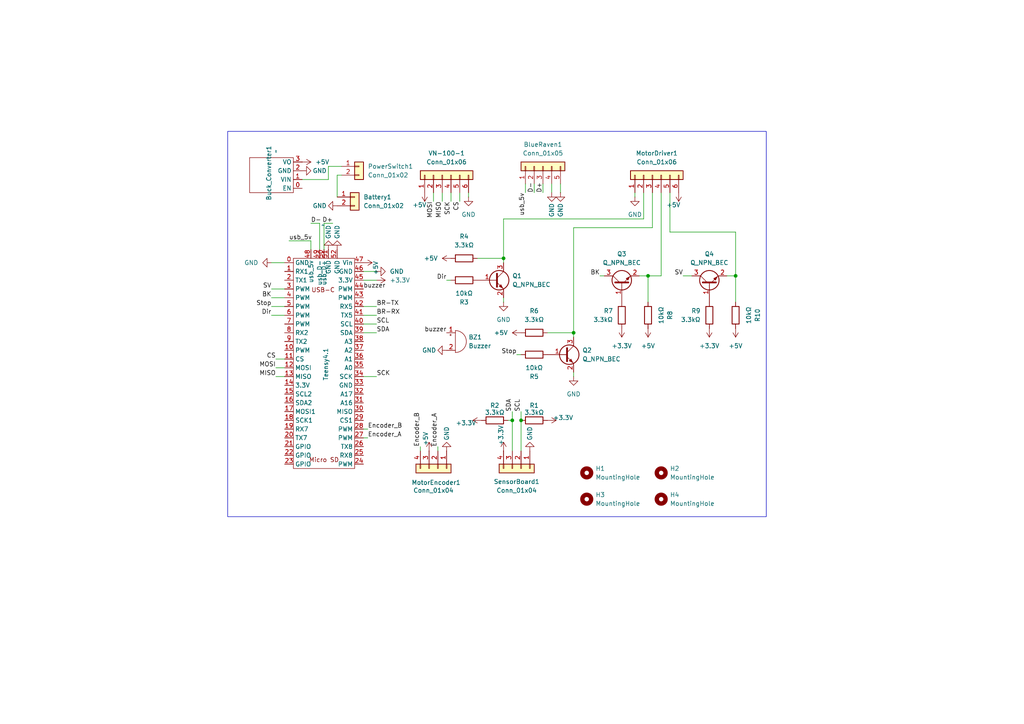
<source format=kicad_sch>
(kicad_sch (version 20231120) (generator "eeschema") (generator_version "8.0")
  (paper "A4")
  (lib_symbols
    (symbol "Breakout Boards:Buck_Converter"
      (property "Reference" "U" (at 0 0 0))
      (symbol "Buck_Converter_0_1"
        (rectangle (start -5.08 6.35) (end 5.08 -6.35))
      )
      (symbol "Buck_Converter_1_1"
        (pin input line (at -3.81 -8.89 90) (length 2.54) (name "EN") (number "0"))
        (pin input line (at -1.27 -8.89 90) (length 2.54) (name "VIN") (number "1"))
        (pin input line (at 1.27 -8.89 90) (length 2.54) (name "GND") (number "2"))
        (pin input line (at 3.81 -8.89 90) (length 2.54) (name "VO") (number "3"))
      )
    )
    (symbol "Breakout Boards:Teensy_4.1"
      (property "Reference" "Teensy4.1" (at 0 0 90))
      (property "Footprint" "Breakout Boards:Teensy_4.1" (at -0.254 36.322 0))
      (symbol "Teensy_4.1_0_1"
        (rectangle (start -8.89 30.48) (end 8.89 -30.48))
      )
      (symbol "Teensy_4.1_1_1"
        (text "Micro SD" (at 0 -27.94 0) (effects (font (size 1.27 1.27))))
        (text "USB-C" (at -0.254 21.336 0) (effects (font (size 1.27 1.27))))
        (pin input line (at -11.43 29.21 0) (length 2.54) (name "GND") (number "0"))
        (pin input line (at -11.43 26.67 0) (length 2.54) (name "RX1") (number "1"))
        (pin input line (at -11.43 3.81 0) (length 2.54) (name "PWM") (number "10"))
        (pin input line (at -11.43 1.27 0) (length 2.54) (name "CS") (number "11"))
        (pin input line (at -11.43 -1.27 0) (length 2.54) (name "MOSI") (number "12"))
        (pin input line (at -11.43 -3.81 0) (length 2.54) (name "MISO") (number "13"))
        (pin input line (at -11.43 -6.35 0) (length 2.54) (name "3.3V") (number "14"))
        (pin input line (at -11.43 -8.89 0) (length 2.54) (name "SCL2") (number "15"))
        (pin input line (at -11.43 -11.43 0) (length 2.54) (name "SDA2") (number "16"))
        (pin input line (at -11.43 -13.97 0) (length 2.54) (name "MOSI1") (number "17"))
        (pin input line (at -11.43 -16.51 0) (length 2.54) (name "SCK1") (number "18"))
        (pin input line (at -11.43 -19.05 0) (length 2.54) (name "RX7") (number "19"))
        (pin input line (at -11.43 24.13 0) (length 2.54) (name "TX1") (number "2"))
        (pin input line (at -11.43 -21.59 0) (length 2.54) (name "TX7") (number "20"))
        (pin input line (at -11.43 -24.13 0) (length 2.54) (name "GPIO") (number "21"))
        (pin input line (at -11.43 -26.67 0) (length 2.54) (name "GPIO") (number "22"))
        (pin input line (at -11.43 -29.21 0) (length 2.54) (name "GPIO") (number "23"))
        (pin input line (at 11.43 -29.21 180) (length 2.54) (name "PWM") (number "24"))
        (pin input line (at 11.43 -26.67 180) (length 2.54) (name "RX8") (number "25"))
        (pin input line (at 11.43 -24.13 180) (length 2.54) (name "TX8") (number "26"))
        (pin input line (at 11.43 -21.59 180) (length 2.54) (name "PWM") (number "27"))
        (pin input line (at 11.43 -19.05 180) (length 2.54) (name "PWM") (number "28"))
        (pin input line (at 11.43 -16.51 180) (length 2.54) (name "CS1") (number "29"))
        (pin input line (at -11.43 21.59 0) (length 2.54) (name "PWM") (number "3"))
        (pin input line (at 11.43 -13.97 180) (length 2.54) (name "MISO") (number "30"))
        (pin input line (at 11.43 -11.43 180) (length 2.54) (name "A16") (number "31"))
        (pin input line (at 11.43 -8.89 180) (length 2.54) (name "A17") (number "32"))
        (pin input line (at 11.43 -6.35 180) (length 2.54) (name "GND") (number "33"))
        (pin input line (at 11.43 -3.81 180) (length 2.54) (name "SCK") (number "34"))
        (pin input line (at 11.43 -1.27 180) (length 2.54) (name "A0") (number "35"))
        (pin input line (at 11.43 1.27 180) (length 2.54) (name "A1") (number "36"))
        (pin input line (at 11.43 3.81 180) (length 2.54) (name "A2") (number "37"))
        (pin input line (at 11.43 6.35 180) (length 2.54) (name "A3") (number "38"))
        (pin input line (at 11.43 8.89 180) (length 2.54) (name "SDA") (number "39"))
        (pin input line (at -11.43 19.05 0) (length 2.54) (name "PWM") (number "4"))
        (pin input line (at 11.43 11.43 180) (length 2.54) (name "SCL") (number "40"))
        (pin input line (at 11.43 13.97 180) (length 2.54) (name "TX5") (number "41"))
        (pin input line (at 11.43 16.51 180) (length 2.54) (name "RX5") (number "42"))
        (pin input line (at 11.43 19.05 180) (length 2.54) (name "PWM") (number "43"))
        (pin input line (at 11.43 21.59 180) (length 2.54) (name "PWM") (number "44"))
        (pin input line (at 11.43 24.13 180) (length 2.54) (name "3.3V") (number "45"))
        (pin input line (at 11.43 26.67 180) (length 2.54) (name "GND") (number "46"))
        (pin input line (at 11.43 29.21 180) (length 2.54) (name "Vin") (number "47"))
        (pin input line (at -3.81 33.02 270) (length 2.54) (name "usb_5v") (number "48"))
        (pin input line (at -1.27 33.02 270) (length 2.54) (name "usb_D-") (number "49"))
        (pin input line (at -11.43 16.51 0) (length 2.54) (name "PWM") (number "5"))
        (pin input line (at 0 33.02 270) (length 2.54) (name "usb_D+") (number "50"))
        (pin input line (at 1.27 33.02 270) (length 2.54) (name "GND") (number "51"))
        (pin input line (at 3.81 33.02 270) (length 2.54) (name "GND") (number "52"))
        (pin input line (at -11.43 13.97 0) (length 2.54) (name "PWM") (number "6"))
        (pin input line (at -11.43 11.43 0) (length 2.54) (name "PWM") (number "7"))
        (pin input line (at -11.43 8.89 0) (length 2.54) (name "RX2") (number "8"))
        (pin input line (at -11.43 6.35 0) (length 2.54) (name "TX2") (number "9"))
      )
    )
    (symbol "Connector_Generic:Conn_01x02" (pin_names (offset 1.016) hide)
      (property "Reference" "J" (at 0 2.54 0))
      (property "Value" "Conn_01x02" (at 0 -5.08 0))
      (symbol "Conn_01x02_1_1"
        (rectangle (start -1.27 -2.413) (end 0 -2.667) (stroke (width 0.1524)))
        (rectangle (start -1.27 0.127) (end 0 -0.127) (stroke (width 0.1524)))
        (rectangle (start -1.27 1.27) (end 1.27 -3.81) (stroke (width 0.254)) (fill (type background)))
        (pin passive line (at -5.08 0 0) (length 3.81) (name "Pin_1") (number "1"))
        (pin passive line (at -5.08 -2.54 0) (length 3.81) (name "Pin_2") (number "2"))
      )
    )
    (symbol "Connector_Generic:Conn_01x04" (pin_names (offset 1.016) hide)
      (property "Reference" "J" (at 0 5.08 0))
      (property "Value" "Conn_01x04" (at 0 -7.62 0))
      (symbol "Conn_01x04_1_1"
        (rectangle (start -1.27 -4.953) (end 0 -5.207) (stroke (width 0.1524)))
        (rectangle (start -1.27 -2.413) (end 0 -2.667) (stroke (width 0.1524)))
        (rectangle (start -1.27 0.127) (end 0 -0.127) (stroke (width 0.1524)))
        (rectangle (start -1.27 2.667) (end 0 2.413) (stroke (width 0.1524)))
        (rectangle (start -1.27 3.81) (end 1.27 -6.35) (stroke (width 0.254)) (fill (type background)))
        (pin passive line (at -5.08 2.54 0) (length 3.81) (name "Pin_1") (number "1"))
        (pin passive line (at -5.08 0 0) (length 3.81) (name "Pin_2") (number "2"))
        (pin passive line (at -5.08 -2.54 0) (length 3.81) (name "Pin_3") (number "3"))
        (pin passive line (at -5.08 -5.08 0) (length 3.81) (name "Pin_4") (number "4"))
      )
    )
    (symbol "Connector_Generic:Conn_01x05" (pin_names (offset 1.016) hide)
      (property "Reference" "J" (at 0 7.62 0))
      (property "Value" "Conn_01x05" (at 0 -7.62 0))
      (symbol "Conn_01x05_1_1"
        (rectangle (start -1.27 -4.953) (end 0 -5.207) (stroke (width 0.1524)))
        (rectangle (start -1.27 -2.413) (end 0 -2.667) (stroke (width 0.1524)))
        (rectangle (start -1.27 0.127) (end 0 -0.127) (stroke (width 0.1524)))
        (rectangle (start -1.27 2.667) (end 0 2.413) (stroke (width 0.1524)))
        (rectangle (start -1.27 5.207) (end 0 4.953) (stroke (width 0.1524)))
        (rectangle (start -1.27 6.35) (end 1.27 -6.35) (stroke (width 0.254)) (fill (type background)))
        (pin passive line (at -5.08 5.08 0) (length 3.81) (name "Pin_1") (number "1"))
        (pin passive line (at -5.08 2.54 0) (length 3.81) (name "Pin_2") (number "2"))
        (pin passive line (at -5.08 0 0) (length 3.81) (name "Pin_3") (number "3"))
        (pin passive line (at -5.08 -2.54 0) (length 3.81) (name "Pin_4") (number "4"))
        (pin passive line (at -5.08 -5.08 0) (length 3.81) (name "Pin_5") (number "5"))
      )
    )
    (symbol "Connector_Generic:Conn_01x06" (pin_names (offset 1.016) hide)
      (property "Reference" "J" (at 0 7.62 0))
      (property "Value" "Conn_01x06" (at 0 -10.16 0))
      (symbol "Conn_01x06_1_1"
        (rectangle (start -1.27 -7.493) (end 0 -7.747) (stroke (width 0.1524)))
        (rectangle (start -1.27 -4.953) (end 0 -5.207) (stroke (width 0.1524)))
        (rectangle (start -1.27 -2.413) (end 0 -2.667) (stroke (width 0.1524)))
        (rectangle (start -1.27 0.127) (end 0 -0.127) (stroke (width 0.1524)))
        (rectangle (start -1.27 2.667) (end 0 2.413) (stroke (width 0.1524)))
        (rectangle (start -1.27 5.207) (end 0 4.953) (stroke (width 0.1524)))
        (rectangle (start -1.27 6.35) (end 1.27 -8.89) (stroke (width 0.254)) (fill (type background)))
        (pin passive line (at -5.08 5.08 0) (length 3.81) (name "Pin_1") (number "1"))
        (pin passive line (at -5.08 2.54 0) (length 3.81) (name "Pin_2") (number "2"))
        (pin passive line (at -5.08 0 0) (length 3.81) (name "Pin_3") (number "3"))
        (pin passive line (at -5.08 -2.54 0) (length 3.81) (name "Pin_4") (number "4"))
        (pin passive line (at -5.08 -5.08 0) (length 3.81) (name "Pin_5") (number "5"))
        (pin passive line (at -5.08 -7.62 0) (length 3.81) (name "Pin_6") (number "6"))
      )
    )
    (symbol "Device:Buzzer" (pin_names (offset 0.0254) hide)
      (property "Reference" "BZ" (at 3.81 1.27 0))
      (property "Value" "Buzzer" (at 3.81 -1.27 0))
      (symbol "Buzzer_0_1"
        (arc (start 0 -3.175) (mid 3.1612 0) (end 0 3.175))
        (polyline (pts (xy -1.651 1.905) (xy -1.143 1.905)))
        (polyline (pts (xy -1.397 2.159) (xy -1.397 1.651)))
        (polyline (pts (xy 0 3.175) (xy 0 -3.175)))
      )
      (symbol "Buzzer_1_1"
        (pin passive line (at -2.54 2.54 0) (length 2.54) (name "+") (number "1"))
        (pin passive line (at -2.54 -2.54 0) (length 2.54) (name "-") (number "2"))
      )
    )
    (symbol "Device:Q_NPN_BEC" (pin_names (offset 0) hide)
      (property "Reference" "Q" (at 5.08 1.27 0))
      (property "Value" "Q_NPN_BEC" (at 5.08 -1.27 0))
      (symbol "Q_NPN_BEC_0_1"
        (polyline (pts (xy 0.635 0.635) (xy 2.54 2.54)))
        (polyline (pts (xy 0.635 -0.635) (xy 2.54 -2.54) (xy 2.54 -2.54)))
        (polyline (pts (xy 0.635 1.905) (xy 0.635 -1.905) (xy 0.635 -1.905)) (stroke (width 0.508)))
        (polyline (pts (xy 1.27 -1.778) (xy 1.778 -1.27) (xy 2.286 -2.286) (xy 1.27 -1.778) (xy 1.27 -1.778)) (fill (type outline)))
        (circle (center 1.27 0) (radius 2.8194) (stroke (width 0.254)))
      )
      (symbol "Q_NPN_BEC_1_1"
        (pin input line (at -5.08 0 0) (length 5.715) (name "B") (number "1"))
        (pin passive line (at 2.54 -5.08 90) (length 2.54) (name "E") (number "2"))
        (pin passive line (at 2.54 5.08 270) (length 2.54) (name "C") (number "3"))
      )
    )
    (symbol "Device:R" (pin_numbers hide) (pin_names (offset 0))
      (property "Reference" "R" (at 2.032 0 90))
      (property "Value" "R" (at 0 0 90))
      (symbol "R_0_1"
        (rectangle (start -1.016 -2.54) (end 1.016 2.54) (stroke (width 0.254)))
      )
      (symbol "R_1_1"
        (pin passive line (at 0 3.81 270) (length 1.27) (name "~") (number "1"))
        (pin passive line (at 0 -3.81 90) (length 1.27) (name "~") (number "2"))
      )
    )
    (symbol "Mechanical:MountingHole" (pin_names (offset 1.016)) (exclude_from_sim yes) (in_bom no)
      (property "Reference" "H" (at 0 5.08 0))
      (property "Value" "MountingHole" (at 0 3.175 0))
      (symbol "MountingHole_0_1"
        (circle (center 0 0) (radius 1.27) (stroke (width 1.27)))
      )
    )
    (symbol "power:+3.3V" (power) (pin_numbers hide) (pin_names (offset 0) hide)
      (property "Value" "+3.3V" (at 0 3.556 0))
      (symbol "+3.3V_0_1"
        (polyline (pts (xy -0.762 1.27) (xy 0 2.54)))
        (polyline (pts (xy 0 0) (xy 0 2.54)))
        (polyline (pts (xy 0 2.54) (xy 0.762 1.27)))
      )
      (symbol "+3.3V_1_1"
        (pin power_in line (at 0 0 90) (length 0) (name "~") (number "1"))
      )
    )
    (symbol "power:+5V" (power) (pin_numbers hide) (pin_names (offset 0) hide)
      (property "Value" "+5V" (at 0 3.556 0))
      (symbol "+5V_0_1"
        (polyline (pts (xy -0.762 1.27) (xy 0 2.54)))
        (polyline (pts (xy 0 0) (xy 0 2.54)))
        (polyline (pts (xy 0 2.54) (xy 0.762 1.27)))
      )
      (symbol "+5V_1_1"
        (pin power_in line (at 0 0 90) (length 0) (name "~") (number "1"))
      )
    )
    (symbol "power:GND" (power) (pin_numbers hide) (pin_names (offset 0) hide)
      (property "Value" "GND" (at 0 -3.81 0))
      (symbol "GND_0_1"
        (polyline (pts (xy 0 0) (xy 0 -1.27) (xy 1.27 -1.27) (xy 0 -2.54) (xy -1.27 -1.27) (xy 0 -1.27)))
      )
      (symbol "GND_1_1"
        (pin power_in line (at 0 0 270) (length 0) (name "~") (number "1"))
      )
    )
  )
  (junction (at 151.13 121.92))
  (junction (at 146.05 74.93))
  (junction (at 187.96 80.01))
  (junction (at 148.59 121.92))
  (junction (at 213.36 80.01))
  (junction (at 166.37 96.52))
  (wire (pts (xy 93.98 72.39) (xy 93.98 64.77)))
  (wire (pts (xy 186.69 63.5) (xy 146.05 63.5)))
  (wire (pts (xy 95.25 52.07) (xy 87.63 52.07)))
  (wire (pts (xy 78.74 76.2) (xy 82.55 76.2)))
  (wire (pts (xy 83.82 69.85) (xy 90.17 69.85)))
  (wire (pts (xy 146.05 63.5) (xy 146.05 74.93)))
  (wire (pts (xy 99.06 48.26) (xy 95.25 48.26)))
  (wire (pts (xy 151.13 121.92) (xy 151.13 130.81)))
  (wire (pts (xy 105.41 78.74) (xy 109.22 78.74)))
  (wire (pts (xy 130.81 55.88) (xy 130.81 58.42)))
  (wire (pts (xy 149.86 102.87) (xy 151.13 102.87)))
  (wire (pts (xy 210.82 80.01) (xy 213.36 80.01)))
  (wire (pts (xy 80.01 109.22) (xy 82.55 109.22)))
  (wire (pts (xy 213.36 80.01) (xy 213.36 87.63)))
  (wire (pts (xy 92.71 72.39) (xy 92.71 64.77)))
  (wire (pts (xy 95.25 48.26) (xy 95.25 52.07)))
  (wire (pts (xy 151.13 119.38) (xy 151.13 121.92)))
  (wire (pts (xy 166.37 97.79) (xy 166.37 96.52)))
  (wire (pts (xy 105.41 109.22) (xy 109.22 109.22)))
  (wire (pts (xy 146.05 87.63) (xy 146.05 86.36)))
  (wire (pts (xy 186.69 55.88) (xy 186.69 63.5)))
  (wire (pts (xy 105.41 127) (xy 106.68 127)))
  (wire (pts (xy 128.27 55.88) (xy 128.27 58.42)))
  (wire (pts (xy 105.41 91.44) (xy 109.22 91.44)))
  (wire (pts (xy 162.56 53.34) (xy 162.56 55.88)))
  (wire (pts (xy 121.92 129.54) (xy 121.92 130.81)))
  (wire (pts (xy 93.98 64.77) (xy 96.52 64.77)))
  (wire (pts (xy 160.02 53.34) (xy 160.02 55.88)))
  (wire (pts (xy 189.23 66.04) (xy 189.23 55.88)))
  (wire (pts (xy 80.01 106.68) (xy 82.55 106.68)))
  (wire (pts (xy 194.31 67.31) (xy 213.36 67.31)))
  (wire (pts (xy 105.41 124.46) (xy 106.68 124.46)))
  (wire (pts (xy 97.79 50.8) (xy 97.79 57.15)))
  (wire (pts (xy 148.59 121.92) (xy 148.59 130.81)))
  (wire (pts (xy 105.41 93.98) (xy 109.22 93.98)))
  (wire (pts (xy 187.96 80.01) (xy 191.77 80.01)))
  (wire (pts (xy 78.74 91.44) (xy 82.55 91.44)))
  (wire (pts (xy 129.54 81.28) (xy 130.81 81.28)))
  (wire (pts (xy 213.36 80.01) (xy 213.36 67.31)))
  (wire (pts (xy 198.12 80.01) (xy 200.66 80.01)))
  (wire (pts (xy 158.75 96.52) (xy 166.37 96.52)))
  (wire (pts (xy 80.01 104.14) (xy 82.55 104.14)))
  (wire (pts (xy 147.32 121.92) (xy 148.59 121.92)))
  (wire (pts (xy 78.74 83.82) (xy 82.55 83.82)))
  (wire (pts (xy 154.94 53.34) (xy 154.94 55.88)))
  (wire (pts (xy 166.37 66.04) (xy 166.37 96.52)))
  (wire (pts (xy 194.31 55.88) (xy 194.31 67.31)))
  (wire (pts (xy 105.41 88.9) (xy 109.22 88.9)))
  (wire (pts (xy 166.37 66.04) (xy 189.23 66.04)))
  (wire (pts (xy 152.4 53.34) (xy 152.4 55.88)))
  (wire (pts (xy 97.79 50.8) (xy 99.06 50.8)))
  (wire (pts (xy 78.74 88.9) (xy 82.55 88.9)))
  (wire (pts (xy 125.73 55.88) (xy 125.73 58.42)))
  (wire (pts (xy 78.74 86.36) (xy 82.55 86.36)))
  (wire (pts (xy 148.59 119.38) (xy 148.59 121.92)))
  (wire (pts (xy 105.41 81.28) (xy 109.22 81.28)))
  (wire (pts (xy 157.48 53.34) (xy 157.48 55.88)))
  (wire (pts (xy 184.15 57.15) (xy 184.15 55.88)))
  (wire (pts (xy 127 129.54) (xy 127 130.81)))
  (wire (pts (xy 146.05 74.93) (xy 146.05 76.2)))
  (wire (pts (xy 90.17 72.39) (xy 90.17 69.85)))
  (wire (pts (xy 187.96 80.01) (xy 187.96 87.63)))
  (wire (pts (xy 105.41 96.52) (xy 109.22 96.52)))
  (wire (pts (xy 185.42 80.01) (xy 187.96 80.01)))
  (wire (pts (xy 135.89 57.15) (xy 135.89 55.88)))
  (wire (pts (xy 90.17 64.77) (xy 92.71 64.77)))
  (wire (pts (xy 191.77 55.88) (xy 191.77 80.01)))
  (wire (pts (xy 173.99 80.01) (xy 175.26 80.01)))
  (wire (pts (xy 138.43 74.93) (xy 146.05 74.93)))
  (wire (pts (xy 133.35 55.88) (xy 133.35 58.42)))
  (wire (pts (xy 166.37 109.22) (xy 166.37 107.95)))
  (rectangle (start 66.04 38.1) (end 222.25 149.86))
  (label "MOSI" (at 80.01 106.68 180))
  (label "BR-TX" (at 109.22 88.9 0))
  (label "Encoder_B" (at 121.92 129.54 90))
  (label "SDA" (at 148.59 119.38 90))
  (label "BK" (at 173.99 80.01 180))
  (label "Encoder_A" (at 106.68 127 0))
  (label "SCK" (at 130.81 58.42 270))
  (label "SDA" (at 109.22 96.52 0))
  (label "D-" (at 154.94 55.88 90))
  (label "SV" (at 198.12 80.01 180))
  (label "usb_5v" (at 152.4 55.88 270))
  (label "MISO" (at 128.27 58.42 270))
  (label "SCL" (at 151.13 119.38 90))
  (label "Stop" (at 78.74 88.9 180))
  (label "D+" (at 96.52 64.77 180))
  (label "CS" (at 80.01 104.14 180))
  (label "usb_5v" (at 83.82 69.85 0))
  (label "Dir" (at 78.74 91.44 180))
  (label "buzzer" (at 129.54 96.52 180))
  (label "SCK" (at 109.22 109.22 0))
  (label "D+" (at 157.48 55.88 90))
  (label "Encoder_A" (at 127 129.54 90))
  (label "MISO" (at 80.01 109.22 180))
  (label "SCL" (at 109.22 93.98 0))
  (label "BR-RX" (at 109.22 91.44 0))
  (label "Dir" (at 129.54 81.28 180))
  (label "CS" (at 133.35 58.42 270))
  (label "BK" (at 78.74 86.36 180))
  (label "MOSI" (at 125.73 58.42 270))
  (label "SV" (at 78.74 83.82 180))
  (label "D-" (at 90.17 64.77 0))
  (label "buzzer" (at 105.41 83.82 0))
  (label "Stop" (at 149.86 102.87 180))
  (label "Encoder_B" (at 106.68 124.46 0))
  (symbol (lib_id "power:GND") (at 153.67 130.81 180) (unit 1)
    (property "Reference" "#PWR07" (effects (hide yes)))
    (property "Value" "GND" (at 153.67 125.73 90))
    (property "Description" "Power symbol creates a global label with name \"GND\" , ground" (effects (hide yes)))
  )
  (symbol (lib_id "Device:Q_NPN_BEC") (at 180.34 82.55 90) (unit 1)
    (property "Reference" "Q3" (at 180.34 73.66 90))
    (property "Value" "Q_NPN_BEC" (at 180.34 76.2 90))
    (property "Footprint" "Package_TO_SOT_SMD:SOT-23" (effects (hide yes)))
    (property "Description" "NPN transistor, base/emitter/collector" (effects (hide yes)))
  )
  (symbol (lib_id "power:+5V") (at 196.85 55.88 180) (unit 1)
    (property "Reference" "#PWR025" (effects (hide yes)))
    (property "Value" "+5V" (at 195.326 59.436 0))
    (property "Description" "Power symbol creates a global label with name \"+5V\"" (effects (hide yes)))
  )
  (symbol (lib_id "power:+3.3V") (at 146.05 130.81 0) (unit 1)
    (property "Reference" "#PWR06" (effects (hide yes)))
    (property "Value" "+3.3V" (at 145.288 126.238 90))
    (property "Description" "Power symbol creates a global label with name \"+3.3V\"" (effects (hide yes)))
  )
  (symbol (lib_id "power:+3.3V") (at 180.34 95.25 180) (unit 1)
    (property "Reference" "#PWR01" (effects (hide yes)))
    (property "Value" "+3.3V" (at 180.34 100.33 0))
    (property "Description" "Power symbol creates a global label with name \"+3.3V\"" (effects (hide yes)))
  )
  (symbol (lib_id "power:GND") (at 109.22 78.74 90) (unit 1)
    (property "Reference" "#PWR04" (effects (hide yes)))
    (property "Value" "GND" (at 113.03 78.7399 90) (effects (justify right)))
    (property "Description" "Power symbol creates a global label with name \"GND\" , ground" (effects (hide yes)))
  )
  (symbol (lib_id "Breakout Boards:Buck_Converter") (at 78.74 50.8 90) (unit 1)
    (property "Reference" "Buck_Converter1" (at 77.978 58.166 0) (effects (justify left)))
    (property "Value" "~" (at 80.01 44.45 0) (effects (justify left)))
    (property "Footprint" "Breakout Boards:Buck_Converter" (effects (hide yes)))
  )
  (symbol (lib_id "Device:Buzzer") (at 132.08 99.06 0) (unit 1)
    (property "Reference" "BZ1" (at 135.89 97.7899 0) (effects (justify left)))
    (property "Value" "Buzzer" (at 135.89 100.3299 0) (effects (justify left)))
    (property "Footprint" "Buzzer_Beeper:Buzzer_12x9.5RM7.6" (effects (hide yes)))
    (property "Description" "Buzzer, polarized" (effects (hide yes)))
  )
  (symbol (lib_id "Device:Q_NPN_BEC") (at 205.74 82.55 90) (unit 1)
    (property "Reference" "Q4" (at 205.74 73.66 90))
    (property "Value" "Q_NPN_BEC" (at 205.74 76.2 90))
    (property "Footprint" "Package_TO_SOT_SMD:SOT-23" (effects (hide yes)))
    (property "Description" "NPN transistor, base/emitter/collector" (effects (hide yes)))
  )
  (symbol (lib_id "power:GND") (at 129.54 101.6 270) (unit 1)
    (property "Reference" "#PWR015" (effects (hide yes)))
    (property "Value" "GND" (at 124.46 101.6 90))
    (property "Description" "Power symbol creates a global label with name \"GND\" , ground" (effects (hide yes)))
  )
  (symbol (lib_id "power:GND") (at 97.79 72.39 180) (unit 1)
    (property "Reference" "#PWR017" (effects (hide yes)))
    (property "Value" "GND" (at 97.79 67.31 90))
    (property "Description" "Power symbol creates a global label with name \"GND\" , ground" (effects (hide yes)))
  )
  (symbol (lib_id "power:+5V") (at 124.46 130.81 0) (unit 1)
    (property "Reference" "#PWR026" (effects (hide yes)))
    (property "Value" "+5V" (at 123.444 127.254 90))
    (property "Description" "Power symbol creates a global label with name \"+5V\"" (effects (hide yes)))
  )
  (symbol (lib_id "Device:R") (at 134.62 74.93 90) (unit 1)
    (property "Reference" "R4" (at 134.62 68.58 90))
    (property "Value" "3.3kΩ" (at 134.62 71.12 90))
    (property "Footprint" "Resistor_SMD:R_0805_2012Metric_Pad1.20x1.40mm_HandSolder" (effects (hide yes)))
    (property "Description" "Resistor" (effects (hide yes)))
  )
  (symbol (lib_id "power:GND") (at 135.89 57.15 0) (unit 1)
    (property "Reference" "#PWR09" (effects (hide yes)))
    (property "Value" "GND" (at 135.89 62.23 0))
    (property "Description" "Power symbol creates a global label with name \"GND\" , ground" (effects (hide yes)))
  )
  (symbol (lib_id "power:+5V") (at 87.63 46.99 270) (unit 1)
    (property "Reference" "#PWR022" (effects (hide yes)))
    (property "Value" "+5V" (at 91.44 46.9899 90) (effects (justify left)))
    (property "Description" "Power symbol creates a global label with name \"+5V\"" (effects (hide yes)))
  )
  (symbol (lib_id "power:+5V") (at 130.81 74.93 90) (unit 1)
    (property "Reference" "#PWR027" (effects (hide yes)))
    (property "Value" "+5V" (at 127 74.9299 90) (effects (justify left)))
    (property "Description" "Power symbol creates a global label with name \"+5V\"" (effects (hide yes)))
  )
  (symbol (lib_id "Device:R") (at 154.94 102.87 90) (mirror x) (unit 1)
    (property "Reference" "R5" (at 154.94 109.22 90))
    (property "Value" "10kΩ" (at 154.94 106.68 90))
    (property "Footprint" "Resistor_SMD:R_0805_2012Metric_Pad1.20x1.40mm_HandSolder" (effects (hide yes)))
    (property "Description" "Resistor" (effects (hide yes)))
  )
  (symbol (lib_id "Connector_Generic:Conn_01x06") (at 128.27 50.8 90) (unit 1)
    (property "Reference" "VN-100-1" (at 129.54 44.45 90))
    (property "Value" "Conn_01x06" (at 129.54 46.99 90))
    (property "Footprint" "Connector_JST:JST_XH_B6B-XH-A_1x06_P2.50mm_Vertical" (effects (hide yes)))
    (property "Description" "Generic connector, single row, 01x06, script generated (kicad-library-utils/schlib/autogen/connector/)" (effects (hide yes)))
  )
  (symbol (lib_id "power:GND") (at 162.56 55.88 0) (unit 1)
    (property "Reference" "#PWR013" (effects (hide yes)))
    (property "Value" "GND" (at 162.56 60.96 90))
    (property "Description" "Power symbol creates a global label with name \"GND\" , ground" (effects (hide yes)))
  )
  (symbol (lib_id "Connector_Generic:Conn_01x05") (at 157.48 48.26 90) (unit 1)
    (property "Reference" "BlueRaven1" (at 157.48 41.91 90))
    (property "Value" "Conn_01x05" (at 157.48 44.45 90))
    (property "Footprint" "Connector_JST:JST_XH_B5B-XH-A_1x05_P2.50mm_Vertical" (effects (hide yes)))
    (property "Description" "Generic connector, single row, 01x05, script generated (kicad-library-utils/schlib/autogen/connector/)" (effects (hide yes)))
  )
  (symbol (lib_id "power:GND") (at 95.25 72.39 180) (unit 1)
    (property "Reference" "#PWR018" (effects (hide yes)))
    (property "Value" "GND" (at 95.25 67.31 90))
    (property "Description" "Power symbol creates a global label with name \"GND\" , ground" (effects (hide yes)))
  )
  (symbol (lib_id "power:GND") (at 146.05 87.63 0) (unit 1)
    (property "Reference" "#PWR020" (effects (hide yes)))
    (property "Value" "GND" (at 146.05 92.71 0))
    (property "Description" "Power symbol creates a global label with name \"GND\" , ground" (effects (hide yes)))
  )
  (symbol (lib_id "power:+5V") (at 151.13 96.52 90) (unit 1)
    (property "Reference" "#PWR028" (effects (hide yes)))
    (property "Value" "+5V" (at 147.32 96.5199 90) (effects (justify left)))
    (property "Description" "Power symbol creates a global label with name \"+5V\"" (effects (hide yes)))
  )
  (symbol (lib_id "Mechanical:MountingHole") (at 191.77 144.78 0) (unit 1) (exclude_from_sim yes) (in_bom no)
    (property "Reference" "H4" (at 194.31 143.5099 0) (effects (justify left)))
    (property "Value" "MountingHole" (at 194.31 146.0499 0) (effects (justify left)))
    (property "Footprint" "MountingHole:MountingHole_3.2mm_M3" (effects (hide yes)))
    (property "Description" "Mounting Hole without connection" (effects (hide yes)))
  )
  (symbol (lib_id "Device:R") (at 143.51 121.92 90) (unit 1)
    (property "Reference" "R2" (at 143.51 117.602 90))
    (property "Value" "3.3kΩ" (at 143.51 119.634 90))
    (property "Footprint" "Resistor_SMD:R_0805_2012Metric_Pad1.20x1.40mm_HandSolder" (effects (hide yes)))
    (property "Description" "Resistor" (effects (hide yes)))
  )
  (symbol (lib_id "power:+5V") (at 123.19 55.88 180) (unit 1)
    (property "Reference" "#PWR023" (effects (hide yes)))
    (property "Value" "+5V" (at 121.666 59.436 0))
    (property "Description" "Power symbol creates a global label with name \"+5V\"" (effects (hide yes)))
  )
  (symbol (lib_id "power:+5V") (at 187.96 95.25 180) (unit 1)
    (property "Reference" "#PWR016" (effects (hide yes)))
    (property "Value" "+5V" (at 187.96 100.33 0))
    (property "Description" "Power symbol creates a global label with name \"+5V\"" (effects (hide yes)))
  )
  (symbol (lib_id "Breakout Boards:Teensy_4.1") (at 93.98 105.41 0) (unit 1)
    (property "Reference" "Teensy4.1" (at 94.488 105.664 90))
    (property "Value" "~" (at 93.726 65.278 0))
    (property "Footprint" "Breakout Boards:Teensy_4.1_USB" (effects (hide yes)))
  )
  (symbol (lib_id "Mechanical:MountingHole") (at 170.18 144.78 0) (unit 1) (exclude_from_sim yes) (in_bom no)
    (property "Reference" "H3" (at 172.72 143.5099 0) (effects (justify left)))
    (property "Value" "MountingHole" (at 172.72 146.0499 0) (effects (justify left)))
    (property "Footprint" "MountingHole:MountingHole_3.2mm_M3" (effects (hide yes)))
    (property "Description" "Mounting Hole without connection" (effects (hide yes)))
  )
  (symbol (lib_id "power:GND") (at 166.37 109.22 0) (unit 1)
    (property "Reference" "#PWR019" (effects (hide yes)))
    (property "Value" "GND" (at 166.37 114.3 0))
    (property "Description" "Power symbol creates a global label with name \"GND\" , ground" (effects (hide yes)))
  )
  (symbol (lib_id "Device:R") (at 205.74 91.44 0) (mirror x) (unit 1)
    (property "Reference" "R9" (at 203.2 90.1699 0) (effects (justify right)))
    (property "Value" "3.3kΩ" (at 203.2 92.7099 0) (effects (justify right)))
    (property "Footprint" "Resistor_SMD:R_0805_2012Metric_Pad1.20x1.40mm_HandSolder" (effects (hide yes)))
    (property "Description" "Resistor" (effects (hide yes)))
  )
  (symbol (lib_id "Device:Q_NPN_BEC") (at 143.51 81.28 0) (unit 1)
    (property "Reference" "Q1" (at 148.59 80.0099 0) (effects (justify left)))
    (property "Value" "Q_NPN_BEC" (at 148.59 82.5499 0) (effects (justify left)))
    (property "Footprint" "Package_TO_SOT_SMD:SOT-23" (effects (hide yes)))
    (property "Description" "NPN transistor, base/emitter/collector" (effects (hide yes)))
  )
  (symbol (lib_id "power:+3.3V") (at 139.7 121.92 90) (unit 1)
    (property "Reference" "#PWR011" (effects (hide yes)))
    (property "Value" "+3.3V" (at 135.128 122.682 90))
    (property "Description" "Power symbol creates a global label with name \"+3.3V\"" (effects (hide yes)))
  )
  (symbol (lib_id "Mechanical:MountingHole") (at 170.18 137.16 0) (unit 1) (exclude_from_sim yes) (in_bom no)
    (property "Reference" "H1" (at 172.72 135.8899 0) (effects (justify left)))
    (property "Value" "MountingHole" (at 172.72 138.4299 0) (effects (justify left)))
    (property "Footprint" "MountingHole:MountingHole_3.2mm_M3" (effects (hide yes)))
    (property "Description" "Mounting Hole without connection" (effects (hide yes)))
  )
  (symbol (lib_id "power:GND") (at 160.02 55.88 0) (unit 1)
    (property "Reference" "#PWR012" (effects (hide yes)))
    (property "Value" "GND" (at 160.02 60.96 90))
    (property "Description" "Power symbol creates a global label with name \"GND\" , ground" (effects (hide yes)))
  )
  (symbol (lib_id "Connector_Generic:Conn_01x02") (at 104.14 48.26 0) (unit 1)
    (property "Reference" "PowerSwitch1" (at 106.68 48.2599 0) (effects (justify left)))
    (property "Value" "Conn_01x02" (at 106.68 50.7999 0) (effects (justify left)))
    (property "Footprint" "Connector_JST:JST_XH_B2B-XH-A_1x02_P2.50mm_Vertical" (effects (hide yes)))
    (property "Description" "Generic connector, single row, 01x02, script generated (kicad-library-utils/schlib/autogen/connector/)" (effects (hide yes)))
  )
  (symbol (lib_id "Connector_Generic:Conn_01x04") (at 127 135.89 270) (unit 1)
    (property "Reference" "MotorEncoder1" (at 126.492 139.954 90))
    (property "Value" "Conn_01x04" (at 125.73 142.24 90))
    (property "Footprint" "Connector_JST:JST_XH_B4B-XH-A_1x04_P2.50mm_Vertical" (effects (hide yes)))
    (property "Description" "Generic connector, single row, 01x04, script generated (kicad-library-utils/schlib/autogen/connector/)" (effects (hide yes)))
  )
  (symbol (lib_id "Mechanical:MountingHole") (at 191.77 137.16 0) (unit 1) (exclude_from_sim yes) (in_bom no)
    (property "Reference" "H2" (at 194.31 135.8899 0) (effects (justify left)))
    (property "Value" "MountingHole" (at 194.31 138.4299 0) (effects (justify left)))
    (property "Footprint" "MountingHole:MountingHole_3.2mm_M3" (effects (hide yes)))
    (property "Description" "Mounting Hole without connection" (effects (hide yes)))
  )
  (symbol (lib_id "Device:R") (at 134.62 81.28 90) (mirror x) (unit 1)
    (property "Reference" "R3" (at 134.62 87.63 90))
    (property "Value" "10kΩ" (at 134.62 85.09 90))
    (property "Footprint" "Resistor_SMD:R_0805_2012Metric_Pad1.20x1.40mm_HandSolder" (effects (hide yes)))
    (property "Description" "Resistor" (effects (hide yes)))
  )
  (symbol (lib_id "power:+5V") (at 105.41 76.2 270) (unit 1)
    (property "Reference" "#PWR024" (effects (hide yes)))
    (property "Value" "+5V" (at 108.966 77.724 0))
    (property "Description" "Power symbol creates a global label with name \"+5V\"" (effects (hide yes)))
  )
  (symbol (lib_id "Device:R") (at 187.96 91.44 0) (mirror x) (unit 1)
    (property "Reference" "R8" (at 194.31 91.44 90))
    (property "Value" "10kΩ" (at 191.77 91.44 90))
    (property "Footprint" "Resistor_SMD:R_0805_2012Metric_Pad1.20x1.40mm_HandSolder" (effects (hide yes)))
    (property "Description" "Resistor" (effects (hide yes)))
  )
  (symbol (lib_id "power:+3.3V") (at 158.75 121.92 270) (unit 1)
    (property "Reference" "#PWR010" (effects (hide yes)))
    (property "Value" "+3.3V" (at 163.322 121.158 90))
    (property "Description" "Power symbol creates a global label with name \"+3.3V\"" (effects (hide yes)))
  )
  (symbol (lib_id "power:+5V") (at 213.36 95.25 180) (unit 1)
    (property "Reference" "#PWR030" (effects (hide yes)))
    (property "Value" "+5V" (at 213.36 100.33 0))
    (property "Description" "Power symbol creates a global label with name \"+5V\"" (effects (hide yes)))
  )
  (symbol (lib_id "power:GND") (at 87.63 49.53 90) (unit 1)
    (property "Reference" "#PWR021" (effects (hide yes)))
    (property "Value" "GND" (at 92.71 49.53 90))
    (property "Description" "Power symbol creates a global label with name \"GND\" , ground" (effects (hide yes)))
  )
  (symbol (lib_id "Device:R") (at 154.94 121.92 90) (unit 1)
    (property "Reference" "R1" (at 154.94 117.602 90))
    (property "Value" "3.3kΩ" (at 154.94 119.634 90))
    (property "Footprint" "Resistor_SMD:R_0805_2012Metric_Pad1.20x1.40mm_HandSolder" (effects (hide yes)))
    (property "Description" "Resistor" (effects (hide yes)))
  )
  (symbol (lib_id "power:GND") (at 97.79 59.69 270) (unit 1)
    (property "Reference" "#PWR02" (effects (hide yes)))
    (property "Value" "GND" (at 92.71 59.69 90))
    (property "Description" "Power symbol creates a global label with name \"GND\" , ground" (effects (hide yes)))
  )
  (symbol (lib_id "power:+3.3V") (at 205.74 95.25 180) (unit 1)
    (property "Reference" "#PWR029" (effects (hide yes)))
    (property "Value" "+3.3V" (at 205.74 100.33 0))
    (property "Description" "Power symbol creates a global label with name \"+3.3V\"" (effects (hide yes)))
  )
  (symbol (lib_id "Connector_Generic:Conn_01x02") (at 102.87 57.15 0) (unit 1)
    (property "Reference" "Battery1" (at 105.41 57.1499 0) (effects (justify left)))
    (property "Value" "Conn_01x02" (at 105.41 59.6899 0) (effects (justify left)))
    (property "Footprint" "Connector_JST:JST_XH_B2B-XH-A_1x02_P2.50mm_Vertical" (effects (hide yes)))
    (property "Description" "Generic connector, single row, 01x02, script generated (kicad-library-utils/schlib/autogen/connector/)" (effects (hide yes)))
  )
  (symbol (lib_id "power:+3.3V") (at 109.22 81.28 270) (unit 1)
    (property "Reference" "#PWR03" (effects (hide yes)))
    (property "Value" "+3.3V" (at 113.03 81.2799 90) (effects (justify left)))
    (property "Description" "Power symbol creates a global label with name \"+3.3V\"" (effects (hide yes)))
  )
  (symbol (lib_id "power:GND") (at 129.54 130.81 180) (unit 1)
    (property "Reference" "#PWR014" (effects (hide yes)))
    (property "Value" "GND" (at 129.54 125.73 90))
    (property "Description" "Power symbol creates a global label with name \"GND\" , ground" (effects (hide yes)))
  )
  (symbol (lib_id "power:GND") (at 78.74 76.2 270) (unit 1)
    (property "Reference" "#PWR05" (effects (hide yes)))
    (property "Value" "GND" (at 74.93 76.1999 90) (effects (justify right)))
    (property "Description" "Power symbol creates a global label with name \"GND\" , ground" (effects (hide yes)))
  )
  (symbol (lib_id "Connector_Generic:Conn_01x06") (at 189.23 50.8 90) (unit 1)
    (property "Reference" "MotorDriver1" (at 190.5 44.45 90))
    (property "Value" "Conn_01x06" (at 190.5 46.99 90))
    (property "Footprint" "Connector_JST:JST_XH_B6B-XH-A_1x06_P2.50mm_Vertical" (effects (hide yes)))
    (property "Description" "Generic connector, single row, 01x06, script generated (kicad-library-utils/schlib/autogen/connector/)" (effects (hide yes)))
  )
  (symbol (lib_id "Device:R") (at 154.94 96.52 90) (unit 1)
    (property "Reference" "R6" (at 154.94 90.17 90))
    (property "Value" "3.3kΩ" (at 154.94 92.71 90))
    (property "Footprint" "Resistor_SMD:R_0805_2012Metric_Pad1.20x1.40mm_HandSolder" (effects (hide yes)))
    (property "Description" "Resistor" (effects (hide yes)))
  )
  (symbol (lib_id "power:GND") (at 184.15 57.15 0) (unit 1)
    (property "Reference" "#PWR08" (effects (hide yes)))
    (property "Value" "GND" (at 184.15 62.23 0))
    (property "Description" "Power symbol creates a global label with name \"GND\" , ground" (effects (hide yes)))
  )
  (symbol (lib_id "Connector_Generic:Conn_01x04") (at 151.13 135.89 270) (unit 1)
    (property "Reference" "SensorBoard1" (at 149.86 139.7 90))
    (property "Value" "Conn_01x04" (at 149.86 142.24 90))
    (property "Footprint" "Connector_JST:JST_XH_B4B-XH-A_1x04_P2.50mm_Vertical" (effects (hide yes)))
    (property "Description" "Generic connector, single row, 01x04, script generated (kicad-library-utils/schlib/autogen/connector/)" (effects (hide yes)))
  )
  (symbol (lib_id "Device:R") (at 180.34 91.44 0) (mirror x) (unit 1)
    (property "Reference" "R7" (at 177.8 90.1699 0) (effects (justify right)))
    (property "Value" "3.3kΩ" (at 177.8 92.7099 0) (effects (justify right)))
    (property "Footprint" "Resistor_SMD:R_0805_2012Metric_Pad1.20x1.40mm_HandSolder" (effects (hide yes)))
    (property "Description" "Resistor" (effects (hide yes)))
  )
  (symbol (lib_id "Device:R") (at 213.36 91.44 0) (mirror x) (unit 1)
    (property "Reference" "R10" (at 219.71 91.44 90))
    (property "Value" "10kΩ" (at 217.17 91.44 90))
    (property "Footprint" "Resistor_SMD:R_0805_2012Metric_Pad1.20x1.40mm_HandSolder" (effects (hide yes)))
    (property "Description" "Resistor" (effects (hide yes)))
  )
  (symbol (lib_id "Device:Q_NPN_BEC") (at 163.83 102.87 0) (unit 1)
    (property "Reference" "Q2" (at 168.91 101.5999 0) (effects (justify left)))
    (property "Value" "Q_NPN_BEC" (at 168.91 104.1399 0) (effects (justify left)))
    (property "Footprint" "Package_TO_SOT_SMD:SOT-23" (effects (hide yes)))
    (property "Description" "NPN transistor, base/emitter/collector" (effects (hide yes)))
  )
)
</source>
